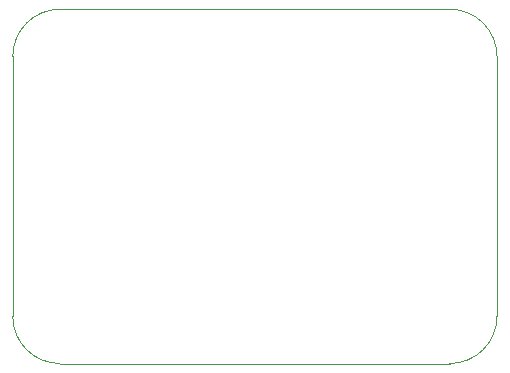
<source format=gm1>
%TF.GenerationSoftware,KiCad,Pcbnew,6.0.11+dfsg-1*%
%TF.CreationDate,2026-01-13T21:19:23-05:00*%
%TF.ProjectId,Deck_FPGA,4465636b-5f46-4504-9741-2e6b69636164,rev?*%
%TF.SameCoordinates,Original*%
%TF.FileFunction,Profile,NP*%
%FSLAX46Y46*%
G04 Gerber Fmt 4.6, Leading zero omitted, Abs format (unit mm)*
G04 Created by KiCad (PCBNEW 6.0.11+dfsg-1) date 2026-01-13 21:19:23*
%MOMM*%
%LPD*%
G01*
G04 APERTURE LIST*
%TA.AperFunction,Profile*%
%ADD10C,0.100000*%
%TD*%
G04 APERTURE END LIST*
D10*
X121000000Y-100000000D02*
X121000000Y-122000000D01*
X84000000Y-96000000D02*
G75*
G03*
X80000000Y-100000000I0J-4000000D01*
G01*
X80000000Y-122000000D02*
G75*
G03*
X84000000Y-126000000I4000000J0D01*
G01*
X117000000Y-126000000D02*
G75*
G03*
X121000000Y-122000000I0J4000000D01*
G01*
X80000000Y-100000000D02*
X80000000Y-122000000D01*
X121000000Y-100000000D02*
G75*
G03*
X117000000Y-96000000I-4000000J0D01*
G01*
X84000000Y-126000000D02*
X117000000Y-126000000D01*
X84000000Y-96000000D02*
X117000000Y-96000000D01*
M02*

</source>
